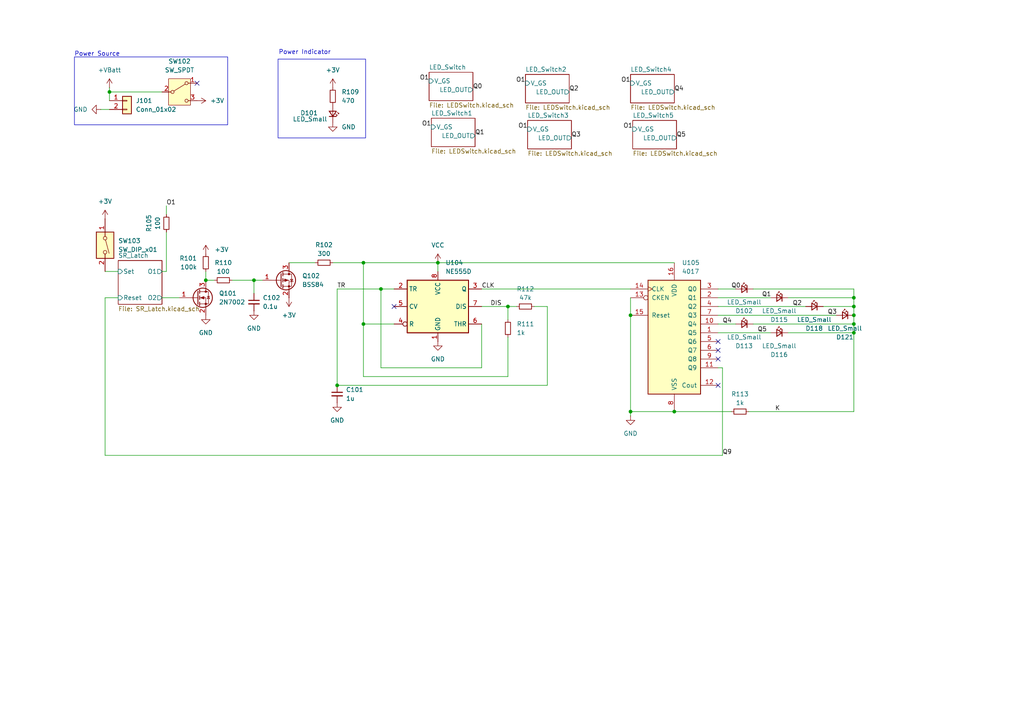
<source format=kicad_sch>
(kicad_sch (version 20250114) (generator "eeschema") (generator_version "9.0")
  (paper "A4")
  (lib_symbols
    (symbol "4xxx:4017" (pin_names (offset 1.016))
      (property "Reference" "U" (at -7.62 16.51 0))
      (property "Value" "4017" (at -7.62 -19.05 0))
      (symbol "4017_1_0"
        (pin input clock (at -12.7 12.7 0) (length 5.08) (name "CLK") (number "14"))
        (pin input inverted (at -12.7 10.16 0) (length 5.08) (name "CKEN") (number "13"))
        (pin input line (at -12.7 5.08 0) (length 5.08) (name "Reset") (number "15"))
        (pin power_in line (at 0 20.32 270) (length 5.08) (name "VDD") (number "16"))
        (pin power_in line (at 0 -22.86 90) (length 5.08) (name "VSS") (number "8"))
        (pin output line (at 12.7 12.7 180) (length 5.08) (name "Q0") (number "3"))
        (pin output line (at 12.7 10.16 180) (length 5.08) (name "Q1") (number "2"))
        (pin output line (at 12.7 7.62 180) (length 5.08) (name "Q2") (number "4"))
        (pin output line (at 12.7 5.08 180) (length 5.08) (name "Q3") (number "7"))
        (pin output line (at 12.7 2.54 180) (length 5.08) (name "Q4") (number "10"))
        (pin output line (at 12.7 0 180) (length 5.08) (name "Q5") (number "1"))
        (pin output line (at 12.7 -2.54 180) (length 5.08) (name "Q6") (number "5"))
        (pin output line (at 12.7 -5.08 180) (length 5.08) (name "Q7") (number "6"))
        (pin output line (at 12.7 -7.62 180) (length 5.08) (name "Q8") (number "9"))
        (pin output line (at 12.7 -10.16 180) (length 5.08) (name "Q9") (number "11"))
        (pin output line (at 12.7 -15.24 180) (length 5.08) (name "Cout") (number "12"))
      )
      (symbol "4017_1_1"
        (rectangle (start -7.62 15.24) (end 7.62 -17.78) (stroke (width 0.254)) (fill (type background)))
      )
    )
    (symbol "Connector_Generic:Conn_01x02" (pin_names (offset 1.016) (hide yes))
      (property "Reference" "J" (at 0 2.54 0))
      (property "Value" "Conn_01x02" (at 0 -5.08 0))
      (symbol "Conn_01x02_1_1"
        (rectangle (start -1.27 1.27) (end 1.27 -3.81) (stroke (width 0.254)) (fill (type background)))
        (rectangle (start -1.27 0.127) (end 0 -0.127) (stroke (width 0.1524)))
        (rectangle (start -1.27 -2.413) (end 0 -2.667) (stroke (width 0.1524)))
        (pin passive line (at -5.08 0 0) (length 3.81) (name "Pin_1") (number "1"))
        (pin passive line (at -5.08 -2.54 0) (length 3.81) (name "Pin_2") (number "2"))
      )
    )
    (symbol "Device:C_Small" (pin_numbers (hide yes)) (pin_names (offset 0.254) (hide yes))
      (property "Reference" "C" (at 0.254 1.778 0))
      (property "Value" "C_Small" (at 0.254 -2.032 0))
      (symbol "C_Small_0_1"
        (polyline (pts (xy -1.524 0.508) (xy 1.524 0.508)) (stroke (width 0.3048)))
        (polyline (pts (xy -1.524 -0.508) (xy 1.524 -0.508)) (stroke (width 0.3302)))
      )
      (symbol "C_Small_1_1"
        (pin passive line (at 0 2.54 270) (length 2.032) (name "~") (number "1"))
        (pin passive line (at 0 -2.54 90) (length 2.032) (name "~") (number "2"))
      )
    )
    (symbol "Device:LED_Small" (pin_numbers (hide yes)) (pin_names (offset 0.254) (hide yes))
      (property "Reference" "D" (at -1.27 3.175 0))
      (property "Value" "LED_Small" (at -4.445 -2.54 0))
      (symbol "LED_Small_0_1"
        (polyline (pts (xy -0.762 -1.016) (xy -0.762 1.016)) (stroke (width 0.254)))
        (polyline (pts (xy 0 0.762) (xy -0.508 1.27) (xy -0.254 1.27) (xy -0.508 1.27) (xy -0.508 1.016)))
        (polyline (pts (xy 0.508 1.27) (xy 0 1.778) (xy 0.254 1.778) (xy 0 1.778) (xy 0 1.524)))
        (polyline (pts (xy 0.762 -1.016) (xy -0.762 0) (xy 0.762 1.016) (xy 0.762 -1.016)) (stroke (width 0.254)))
        (polyline (pts (xy 1.016 0) (xy -0.762 0)))
      )
      (symbol "LED_Small_1_1"
        (pin passive line (at -2.54 0 0) (length 1.778) (name "K") (number "1"))
        (pin passive line (at 2.54 0 180) (length 1.778) (name "A") (number "2"))
      )
    )
    (symbol "Device:R_Small" (pin_numbers (hide yes)) (pin_names (offset 0.254) (hide yes))
      (property "Reference" "R" (at 0.762 0.508 0))
      (property "Value" "R_Small" (at 0.762 -1.016 0))
      (symbol "R_Small_0_1"
        (rectangle (start -0.762 1.778) (end 0.762 -1.778) (stroke (width 0.2032)))
      )
      (symbol "R_Small_1_1"
        (pin passive line (at 0 2.54 270) (length 0.762) (name "~") (number "1"))
        (pin passive line (at 0 -2.54 90) (length 0.762) (name "~") (number "2"))
      )
    )
    (symbol "Switch:SW_DIP_x01" (pin_names (offset 0) (hide yes))
      (property "Reference" "SW" (at 0 3.81 0))
      (property "Value" "SW_DIP_x01" (at 0 -3.81 0))
      (symbol "SW_DIP_x01_0_0"
        (circle (center -2.032 0) (radius 0.508))
        (polyline (pts (xy -1.524 0.127) (xy 2.3622 1.1684)))
        (circle (center 2.032 0) (radius 0.508))
      )
      (symbol "SW_DIP_x01_0_1"
        (rectangle (start -3.81 2.54) (end 3.81 -2.54) (stroke (width 0.254)) (fill (type background)))
      )
      (symbol "SW_DIP_x01_1_1"
        (pin passive line (at -7.62 0 0) (length 5.08) (name "~") (number "1"))
        (pin passive line (at 7.62 0 180) (length 5.08) (name "~") (number "2"))
      )
    )
    (symbol "Switch:SW_SPDT" (pin_names (offset 0) (hide yes))
      (property "Reference" "SW" (at 0 5.08 0))
      (property "Value" "SW_SPDT" (at 0 -5.08 0))
      (symbol "SW_SPDT_0_1"
        (circle (center -2.032 0) (radius 0.4572))
        (polyline (pts (xy -1.651 0.254) (xy 1.651 2.286)))
        (circle (center 2.032 2.54) (radius 0.4572))
        (circle (center 2.032 -2.54) (radius 0.4572))
      )
      (symbol "SW_SPDT_1_1"
        (rectangle (start -3.175 3.81) (end 3.175 -3.81) (fill (type background)))
        (pin passive line (at -5.08 0 0) (length 2.54) (name "B") (number "2"))
        (pin passive line (at 5.08 2.54 180) (length 2.54) (name "A") (number "1"))
        (pin passive line (at 5.08 -2.54 180) (length 2.54) (name "C") (number "3"))
      )
    )
    (symbol "Timer:NE555D"
      (property "Reference" "U" (at -10.16 8.89 0))
      (property "Value" "NE555D" (at 2.54 8.89 0))
      (symbol "NE555D_0_0"
        (pin power_in line (at 0 10.16 270) (length 2.54) (name "VCC") (number "8"))
        (pin power_in line (at 0 -10.16 90) (length 2.54) (name "GND") (number "1"))
      )
      (symbol "NE555D_0_1"
        (rectangle (start -8.89 -7.62) (end 8.89 7.62) (stroke (width 0.254)) (fill (type background)))
        (rectangle (start -8.89 -7.62) (end 8.89 7.62) (stroke (width 0.254)) (fill (type background)))
      )
      (symbol "NE555D_1_1"
        (pin input line (at -12.7 5.08 0) (length 3.81) (name "TR") (number "2"))
        (pin input line (at -12.7 0 0) (length 3.81) (name "CV") (number "5"))
        (pin input inverted (at -12.7 -5.08 0) (length 3.81) (name "R") (number "4"))
        (pin output line (at 12.7 5.08 180) (length 3.81) (name "Q") (number "3"))
        (pin input line (at 12.7 0 180) (length 3.81) (name "DIS") (number "7"))
        (pin input line (at 12.7 -5.08 180) (length 3.81) (name "THR") (number "6"))
      )
    )
    (symbol "Transistor_FET:2N7002" (pin_names (offset 0) (hide yes))
      (property "Reference" "Q" (at 5.08 1.905 0))
      (property "Value" "2N7002" (at 5.08 0 0))
      (symbol "2N7002_0_1"
        (polyline (pts (xy 0.254 1.905) (xy 0.254 -1.905)) (stroke (width 0.254)))
        (polyline (pts (xy 0.254 0) (xy -2.54 0)))
        (polyline (pts (xy 0.762 2.286) (xy 0.762 1.27)) (stroke (width 0.254)))
        (polyline (pts (xy 0.762 0.508) (xy 0.762 -0.508)) (stroke (width 0.254)))
        (polyline (pts (xy 0.762 -1.27) (xy 0.762 -2.286)) (stroke (width 0.254)))
        (polyline (pts (xy 0.762 -1.778) (xy 3.302 -1.778) (xy 3.302 1.778) (xy 0.762 1.778)))
        (polyline (pts (xy 1.016 0) (xy 2.032 0.381) (xy 2.032 -0.381) (xy 1.016 0)) (fill (type outline)))
        (circle (center 1.651 0) (radius 2.794) (stroke (width 0.254)))
        (polyline (pts (xy 2.54 2.54) (xy 2.54 1.778)))
        (circle (center 2.54 1.778) (radius 0.254) (fill (type outline)))
        (circle (center 2.54 -1.778) (radius 0.254) (fill (type outline)))
        (polyline (pts (xy 2.54 -2.54) (xy 2.54 0) (xy 0.762 0)))
        (polyline (pts (xy 2.921 0.381) (xy 3.683 0.381)))
        (polyline (pts (xy 3.302 0.381) (xy 2.921 -0.254) (xy 3.683 -0.254) (xy 3.302 0.381)))
      )
      (symbol "2N7002_1_1"
        (pin input line (at -5.08 0 0) (length 2.54) (name "G") (number "1"))
        (pin passive line (at 2.54 5.08 270) (length 2.54) (name "D") (number "3"))
        (pin passive line (at 2.54 -5.08 90) (length 2.54) (name "S") (number "2"))
      )
    )
    (symbol "Transistor_FET:BSS84" (pin_names (hide yes))
      (property "Reference" "Q" (at 5.08 1.905 0))
      (property "Value" "BSS84" (at 5.08 0 0))
      (symbol "BSS84_0_1"
        (polyline (pts (xy 0.254 1.905) (xy 0.254 -1.905)) (stroke (width 0.254)))
        (polyline (pts (xy 0.254 0) (xy -2.54 0)))
        (polyline (pts (xy 0.762 2.286) (xy 0.762 1.27)) (stroke (width 0.254)))
        (polyline (pts (xy 0.762 1.778) (xy 3.302 1.778) (xy 3.302 -1.778) (xy 0.762 -1.778)))
        (polyline (pts (xy 0.762 0.508) (xy 0.762 -0.508)) (stroke (width 0.254)))
        (polyline (pts (xy 0.762 -1.27) (xy 0.762 -2.286)) (stroke (width 0.254)))
        (circle (center 1.651 0) (radius 2.794) (stroke (width 0.254)))
        (polyline (pts (xy 2.286 0) (xy 1.27 0.381) (xy 1.27 -0.381) (xy 2.286 0)) (fill (type outline)))
        (polyline (pts (xy 2.54 2.54) (xy 2.54 1.778)))
        (circle (center 2.54 1.778) (radius 0.254) (fill (type outline)))
        (circle (center 2.54 -1.778) (radius 0.254) (fill (type outline)))
        (polyline (pts (xy 2.54 -2.54) (xy 2.54 0) (xy 0.762 0)))
        (polyline (pts (xy 2.794 -0.508) (xy 2.921 -0.381) (xy 3.683 -0.381) (xy 3.81 -0.254)))
        (polyline (pts (xy 3.302 -0.381) (xy 2.921 0.254) (xy 3.683 0.254) (xy 3.302 -0.381)))
      )
      (symbol "BSS84_1_1"
        (pin input line (at -5.08 0 0) (length 2.54) (name "G") (number "1"))
        (pin passive line (at 2.54 5.08 270) (length 2.54) (name "D") (number "3"))
        (pin passive line (at 2.54 -5.08 90) (length 2.54) (name "S") (number "2"))
      )
    )
    (symbol "power:+5V" (power) (pin_numbers (hide yes)) (pin_names (offset 0) (hide yes))
      (property "Value" "+5V" (at 0 3.556 0))
      (symbol "+5V_0_1"
        (polyline (pts (xy -0.762 1.27) (xy 0 2.54)))
        (polyline (pts (xy 0 2.54) (xy 0.762 1.27)))
        (polyline (pts (xy 0 0) (xy 0 2.54)))
      )
      (symbol "+5V_1_1"
        (pin power_in line (at 0 0 90) (length 0) (name "~") (number "1"))
      )
    )
    (symbol "power:GND" (power) (pin_numbers (hide yes)) (pin_names (offset 0) (hide yes))
      (property "Value" "GND" (at 0 -3.81 0))
      (symbol "GND_0_1"
        (polyline (pts (xy 0 0) (xy 0 -1.27) (xy 1.27 -1.27) (xy 0 -2.54) (xy -1.27 -1.27) (xy 0 -1.27)))
      )
      (symbol "GND_1_1"
        (pin power_in line (at 0 0 270) (length 0) (name "~") (number "1"))
      )
    )
    (symbol "power:VCC" (power) (pin_numbers (hide yes)) (pin_names (offset 0) (hide yes))
      (property "Value" "VCC" (at 0 3.556 0))
      (symbol "VCC_0_1"
        (polyline (pts (xy -0.762 1.27) (xy 0 2.54)))
        (polyline (pts (xy 0 2.54) (xy 0.762 1.27)))
        (polyline (pts (xy 0 0) (xy 0 2.54)))
      )
      (symbol "VCC_1_1"
        (pin power_in line (at 0 0 90) (length 0) (name "~") (number "1"))
      )
    )
  )
  (rectangle (start 21.59 16.51) (end 66.04 36.195))
  (rectangle (start 80.645 17.145) (end 106.045 40.005))
  (text "Power Source" (at 28.194 15.748 0) (effects (font (size 1.27 1.27))))
  (text "Power Indicator" (at 88.392 15.24 0) (effects (font (size 1.27 1.27))))
  (junction (at 182.88 119.38))
  (junction (at 59.69 81.28))
  (junction (at 247.65 88.9))
  (junction (at 247.65 96.52))
  (junction (at 195.58 119.38))
  (junction (at 247.65 86.36))
  (junction (at 247.65 91.44))
  (junction (at 31.75 26.67))
  (junction (at 147.32 88.9))
  (junction (at 97.79 111.76))
  (junction (at 105.41 93.98))
  (junction (at 110.49 83.82))
  (junction (at 105.41 76.2))
  (junction (at 73.66 81.28))
  (junction (at 127 76.2))
  (junction (at 247.65 93.98))
  (junction (at 182.88 91.44))
  (no_connect (at 208.28 99.06))
  (no_connect (at 208.28 104.14))
  (no_connect (at 114.3 88.9))
  (no_connect (at 57.15 24.13))
  (no_connect (at 208.28 101.6))
  (no_connect (at 208.28 111.76))
  (wire (pts (xy 31.75 25.4) (xy 31.75 26.67)))
  (wire (pts (xy 182.88 119.38) (xy 195.58 119.38)))
  (wire (pts (xy 59.69 78.74) (xy 59.69 81.28)))
  (wire (pts (xy 73.66 85.09) (xy 73.66 81.28)))
  (wire (pts (xy 48.26 59.69) (xy 48.26 62.23)))
  (wire (pts (xy 218.44 93.98) (xy 247.65 93.98)))
  (wire (pts (xy 247.65 83.82) (xy 247.65 86.36)))
  (wire (pts (xy 105.41 76.2) (xy 127 76.2)))
  (wire (pts (xy 67.31 81.28) (xy 73.66 81.28)))
  (wire (pts (xy 147.32 109.22) (xy 105.41 109.22)))
  (wire (pts (xy 73.66 81.28) (xy 76.2 81.28)))
  (wire (pts (xy 158.75 88.9) (xy 154.94 88.9)))
  (wire (pts (xy 31.75 26.67) (xy 46.99 26.67)))
  (wire (pts (xy 62.23 81.28) (xy 59.69 81.28)))
  (wire (pts (xy 31.75 26.67) (xy 31.75 29.21)))
  (wire (pts (xy 48.26 78.74) (xy 46.99 78.74)))
  (wire (pts (xy 182.88 119.38) (xy 182.88 91.44)))
  (wire (pts (xy 139.7 106.68) (xy 110.49 106.68)))
  (wire (pts (xy 209.55 132.08) (xy 30.48 132.08)))
  (wire (pts (xy 105.41 109.22) (xy 105.41 93.98)))
  (wire (pts (xy 110.49 83.82) (xy 97.79 83.82)))
  (wire (pts (xy 208.28 106.68) (xy 209.55 106.68)))
  (wire (pts (xy 46.99 86.36) (xy 52.07 86.36)))
  (wire (pts (xy 105.41 76.2) (xy 105.41 93.98)))
  (wire (pts (xy 228.6 96.52) (xy 247.65 96.52)))
  (wire (pts (xy 238.76 88.9) (xy 247.65 88.9)))
  (wire (pts (xy 247.65 91.44) (xy 247.65 93.98)))
  (wire (pts (xy 247.65 88.9) (xy 247.65 91.44)))
  (wire (pts (xy 97.79 83.82) (xy 97.79 111.76)))
  (wire (pts (xy 139.7 93.98) (xy 139.7 106.68)))
  (wire (pts (xy 30.48 78.74) (xy 34.29 78.74)))
  (wire (pts (xy 182.88 120.65) (xy 182.88 119.38)))
  (wire (pts (xy 97.79 111.76) (xy 158.75 111.76)))
  (wire (pts (xy 208.28 93.98) (xy 213.36 93.98)))
  (wire (pts (xy 30.48 132.08) (xy 30.48 86.36)))
  (wire (pts (xy 147.32 97.79) (xy 147.32 109.22)))
  (wire (pts (xy 217.17 119.38) (xy 247.65 119.38)))
  (wire (pts (xy 247.65 86.36) (xy 247.65 88.9)))
  (wire (pts (xy 195.58 119.38) (xy 212.09 119.38)))
  (wire (pts (xy 195.58 76.2) (xy 127 76.2)))
  (wire (pts (xy 208.28 83.82) (xy 213.36 83.82)))
  (wire (pts (xy 110.49 106.68) (xy 110.49 83.82)))
  (wire (pts (xy 30.48 86.36) (xy 34.29 86.36)))
  (wire (pts (xy 147.32 88.9) (xy 149.86 88.9)))
  (wire (pts (xy 110.49 83.82) (xy 114.3 83.82)))
  (wire (pts (xy 208.28 91.44) (xy 242.57 91.44)))
  (wire (pts (xy 208.28 88.9) (xy 233.68 88.9)))
  (wire (pts (xy 158.75 111.76) (xy 158.75 88.9)))
  (wire (pts (xy 208.28 96.52) (xy 223.52 96.52)))
  (wire (pts (xy 48.26 67.31) (xy 48.26 78.74)))
  (wire (pts (xy 127 76.2) (xy 127 78.74)))
  (wire (pts (xy 247.65 93.98) (xy 247.65 96.52)))
  (wire (pts (xy 83.82 76.2) (xy 91.44 76.2)))
  (wire (pts (xy 147.32 92.71) (xy 147.32 88.9)))
  (wire (pts (xy 218.44 83.82) (xy 247.65 83.82)))
  (wire (pts (xy 208.28 86.36) (xy 223.52 86.36)))
  (wire (pts (xy 114.3 93.98) (xy 105.41 93.98)))
  (wire (pts (xy 29.21 31.75) (xy 31.75 31.75)))
  (wire (pts (xy 247.65 96.52) (xy 247.65 119.38)))
  (wire (pts (xy 139.7 88.9) (xy 147.32 88.9)))
  (wire (pts (xy 209.55 106.68) (xy 209.55 132.08)))
  (wire (pts (xy 96.52 76.2) (xy 105.41 76.2)))
  (wire (pts (xy 182.88 86.36) (xy 182.88 91.44)))
  (wire (pts (xy 182.88 83.82) (xy 139.7 83.82)))
  (wire (pts (xy 228.6 86.36) (xy 247.65 86.36)))
  (label "Q4" (at 209.55 93.98 0))
  (label "CLK" (at 139.7 83.82 0))
  (label "Q5" (at 219.71 96.52 0))
  (label "O1" (at 48.26 59.69 0))
  (label "O1" (at 183.515 37.465 180))
  (label "O1" (at 152.4 24.13 180))
  (label "Q4" (at 195.58 26.67 0))
  (label "O1" (at 125.095 36.83 180))
  (label "TR" (at 97.79 83.82 0))
  (label "DIS" (at 142.24 88.9 0))
  (label "Q2" (at 229.87 88.9 0))
  (label "K" (at 224.79 119.38 0))
  (label "Q0" (at 137.16 26.035 0))
  (label "Q9" (at 209.55 132.08 0))
  (label "Q1" (at 220.98 86.36 0))
  (label "O1" (at 124.46 23.495 180))
  (label "Q5" (at 196.215 40.005 0))
  (label "Q3" (at 165.735 40.005 0))
  (label "Q1" (at 137.795 39.37 0))
  (label "O1" (at 153.035 37.465 180))
  (label "Q3" (at 240.03 91.44 0))
  (label "O1" (at 182.88 24.13 180))
  (label "Q2" (at 165.1 26.67 0))
  (label "Q0" (at 212.09 83.82 0))
  (symbol (lib_id "Device:R_Small") (at 96.52 27.94 180) (unit 1)
    (property "Reference" "R109" (at 99.06 26.6699 0) (effects (justify right)))
    (property "Value" "470" (at 99.06 29.2099 0) (effects (justify right)))
    (property "Footprint" "Resistor_SMD:R_0402_1005Metric" (effects (hide yes)))
    (property "Description" "Resistor, small symbol" (effects (hide yes)))
  )
  (symbol (lib_id "Device:LED_Small") (at 245.11 91.44 0) (mirror y) (unit 1)
    (property "Reference" "D121" (at 245.0465 97.79 0))
    (property "Value" "LED_Small" (at 245.0465 95.25 0))
    (property "Footprint" "LED_SMD:LED_0402_1005Metric" (effects (hide yes)))
    (property "Description" "Light emitting diode, small symbol" (effects (hide yes)))
  )
  (symbol (lib_id "Device:LED_Small") (at 215.9 83.82 0) (mirror y) (unit 1)
    (property "Reference" "D102" (at 215.8365 90.17 0))
    (property "Value" "LED_Small" (at 215.8365 87.63 0))
    (property "Footprint" "LED_SMD:LED_0402_1005Metric" (effects (hide yes)))
    (property "Description" "Light emitting diode, small symbol" (effects (hide yes)))
  )
  (symbol (lib_id "power:+5V") (at 30.48 63.5 0) (unit 1)
    (property "Reference" "#PWR0101" (effects (hide yes)))
    (property "Value" "+3V" (at 30.48 58.42 0))
    (property "Description" "Power symbol creates a global label with name \"+5V\"" (effects (hide yes)))
  )
  (symbol (lib_id "power:+5V") (at 57.15 29.21 270) (unit 1)
    (property "Reference" "#PWR0104" (effects (hide yes)))
    (property "Value" "+3V" (at 60.96 29.2099 90) (effects (justify left)))
    (property "Description" "Power symbol creates a global label with name \"+5V\"" (effects (hide yes)))
  )
  (symbol (lib_id "power:+5V") (at 59.69 73.66 0) (mirror y) (unit 1)
    (property "Reference" "#PWR0107" (effects (hide yes)))
    (property "Value" "+3V" (at 62.23 72.3901 0) (effects (justify right)))
    (property "Description" "Power symbol creates a global label with name \"+5V\"" (effects (hide yes)))
  )
  (symbol (lib_id "power:GND") (at 182.88 120.65 0) (unit 1)
    (property "Reference" "#PWR0114" (effects (hide yes)))
    (property "Value" "GND" (at 182.88 125.73 0))
    (property "Description" "Power symbol creates a global label with name \"GND\" , ground" (effects (hide yes)))
  )
  (symbol (lib_id "Device:LED_Small") (at 96.52 33.02 270) (mirror x) (unit 1)
    (property "Reference" "D101" (at 89.662 32.766 90))
    (property "Value" "LED_Small" (at 89.916 34.544 90))
    (property "Footprint" "LED_SMD:LED_0402_1005Metric" (effects (hide yes)))
    (property "Description" "Light emitting diode, small symbol" (effects (hide yes)))
  )
  (symbol (lib_id "Device:R_Small") (at 93.98 76.2 90) (unit 1)
    (property "Reference" "R102" (at 93.98 71.026 90))
    (property "Value" "300" (at 93.98 73.566 90))
    (property "Footprint" "Resistor_SMD:R_0402_1005Metric" (effects (hide yes)))
    (property "Description" "Resistor, small symbol" (effects (hide yes)))
  )
  (symbol (lib_id "Switch:SW_SPDT") (at 52.07 26.67 0) (unit 1)
    (property "Reference" "SW102" (at 52.07 17.78 0))
    (property "Value" "SW_SPDT" (at 52.07 20.32 0))
    (property "Footprint" "Connector_PinHeader_2.54mm:PinHeader_1x03_P2.54mm_Vertical" (effects (hide yes)))
    (property "Description" "Switch, single pole double throw" (effects (hide yes)))
  )
  (symbol (lib_id "power:GND") (at 29.21 31.75 270) (unit 1)
    (property "Reference" "#PWR0110" (effects (hide yes)))
    (property "Value" "GND" (at 25.4 31.7499 90) (effects (justify right)))
    (property "Description" "Power symbol creates a global label with name \"GND\" , ground" (effects (hide yes)))
  )
  (symbol (lib_id "Device:LED_Small") (at 236.22 88.9 0) (mirror y) (unit 1)
    (property "Reference" "D118" (at 236.1565 95.25 0))
    (property "Value" "LED_Small" (at 236.1565 92.71 0))
    (property "Footprint" "LED_SMD:LED_0402_1005Metric" (effects (hide yes)))
    (property "Description" "Light emitting diode, small symbol" (effects (hide yes)))
  )
  (symbol (lib_id "Connector_Generic:Conn_01x02") (at 36.83 29.21 0) (unit 1)
    (property "Reference" "J101" (at 39.37 29.2099 0) (effects (justify left)))
    (property "Value" "Conn_01x02" (at 39.37 31.7499 0) (effects (justify left)))
    (property "Footprint" "Connector_PinHeader_2.54mm:PinHeader_1x02_P2.54mm_Vertical" (effects (hide yes)))
    (property "Description" "Generic connector, single row, 01x02, script generated (kicad-library-utils/schlib/autogen/connector/)" (effects (hide yes)))
  )
  (symbol (lib_id "4xxx:4017") (at 195.58 96.52 0) (unit 1)
    (property "Reference" "U105" (at 197.7741 76.2 0) (effects (justify left)))
    (property "Value" "4017" (at 197.7741 78.74 0) (effects (justify left)))
    (property "Footprint" "Package_SO:SOP-16_3.9x9.9mm_P1.27mm" (effects (hide yes)))
    (property "Datasheet" "http://www.intersil.com/content/dam/Intersil/documents/cd40/cd4017bms-22bms.pdf" (effects (hide yes)))
    (property "Description" "Johnson Counter ( 10 outputs )" (effects (hide yes)))
    (property "Sim.Library" "C:\\Users\\C1v2t\\OneDrive - Imperial College London\\Desktop\\Projects\\Standard Library\\PCB\\Simulation\\CD4017.txt" (effects (hide yes)))
  )
  (symbol (lib_id "power:+5V") (at 83.82 86.36 180) (unit 1)
    (property "Reference" "#PWR0106" (effects (hide yes)))
    (property "Value" "+3V" (at 83.82 91.44 0))
    (property "Description" "Power symbol creates a global label with name \"+5V\"" (effects (hide yes)))
  )
  (symbol (lib_id "Device:R_Small") (at 59.69 76.2 0) (mirror x) (unit 1)
    (property "Reference" "R101" (at 57.15 74.9299 0) (effects (justify right)))
    (property "Value" "100k" (at 57.15 77.4699 0) (effects (justify right)))
    (property "Footprint" "Resistor_SMD:R_0402_1005Metric" (effects (hide yes)))
    (property "Description" "Resistor, small symbol" (effects (hide yes)))
  )
  (symbol (lib_id "Transistor_FET:2N7002") (at 57.15 86.36 0) (unit 1)
    (property "Reference" "Q101" (at 63.5 85.0899 0) (effects (justify left)))
    (property "Value" "2N7002" (at 63.5 87.6299 0) (effects (justify left)))
    (property "Footprint" "Package_TO_SOT_SMD:SOT-23" (effects (hide yes)))
    (property "Datasheet" "https://www.onsemi.com/pub/Collateral/NDS7002A-D.PDF" (effects (hide yes)))
    (property "Description" "0.115A Id, 60V Vds, N-Channel MOSFET, SOT-23" (effects (hide yes)))
  )
  (symbol (lib_id "Transistor_FET:BSS84") (at 81.28 81.28 0) (unit 1)
    (property "Reference" "Q102" (at 87.63 80.0099 0) (effects (justify left)))
    (property "Value" "BSS84" (at 87.63 82.5499 0) (effects (justify left)))
    (property "Footprint" "Package_TO_SOT_SMD:SOT-23" (effects (hide yes)))
    (property "Datasheet" "http://assets.nexperia.com/documents/data-sheet/BSS84.pdf" (effects (hide yes)))
    (property "Description" "-0.13A Id, -50V Vds, P-Channel MOSFET, SOT-23" (effects (hide yes)))
  )
  (symbol (lib_id "Device:R_Small") (at 152.4 88.9 90) (unit 1)
    (property "Reference" "R112" (at 152.4 83.82 90))
    (property "Value" "47k" (at 152.4 86.36 90))
    (property "Footprint" "Resistor_SMD:R_0402_1005Metric" (effects (hide yes)))
    (property "Description" "Resistor, small symbol" (effects (hide yes)))
  )
  (symbol (lib_id "Device:R_Small") (at 147.32 95.25 0) (unit 1)
    (property "Reference" "R111" (at 149.86 93.9799 0) (effects (justify left)))
    (property "Value" "1k" (at 149.86 96.5199 0) (effects (justify left)))
    (property "Footprint" "Resistor_SMD:R_0402_1005Metric" (effects (hide yes)))
    (property "Description" "Resistor, small symbol" (effects (hide yes)))
  )
  (symbol (lib_id "power:GND") (at 127 99.06 0) (unit 1)
    (property "Reference" "#PWR0102" (effects (hide yes)))
    (property "Value" "GND" (at 127 104.14 0))
    (property "Description" "Power symbol creates a global label with name \"GND\" , ground" (effects (hide yes)))
  )
  (symbol (lib_id "Device:R_Small") (at 48.26 64.77 0) (unit 1)
    (property "Reference" "R105" (at 43.18 64.77 90))
    (property "Value" "100" (at 45.72 64.77 90))
    (property "Footprint" "Resistor_SMD:R_0402_1005Metric" (effects (hide yes)))
    (property "Description" "Resistor, small symbol" (effects (hide yes)))
  )
  (symbol (lib_id "Device:LED_Small") (at 226.06 86.36 0) (mirror y) (unit 1)
    (property "Reference" "D115" (at 225.9965 92.71 0))
    (property "Value" "LED_Small" (at 225.9965 90.17 0))
    (property "Footprint" "LED_SMD:LED_0402_1005Metric" (effects (hide yes)))
    (property "Description" "Light emitting diode, small symbol" (effects (hide yes)))
  )
  (symbol (lib_id "power:VCC") (at 127 76.2 0) (unit 1)
    (property "Reference" "#PWR0109" (effects (hide yes)))
    (property "Value" "VCC" (at 127 71.12 0))
    (property "Description" "Power symbol creates a global label with name \"VCC\"" (effects (hide yes)))
  )
  (symbol (lib_id "Device:R_Small") (at 64.77 81.28 90) (unit 1)
    (property "Reference" "R110" (at 64.77 76.2 90))
    (property "Value" "100" (at 64.77 78.74 90))
    (property "Footprint" "Resistor_SMD:R_0402_1005Metric" (effects (hide yes)))
    (property "Description" "Resistor, small symbol" (effects (hide yes)))
  )
  (symbol (lib_id "Timer:NE555D") (at 127 88.9 0) (unit 1)
    (property "Reference" "U104" (at 129.1941 76.2 0) (effects (justify left)))
    (property "Value" "NE555D" (at 129.1941 78.74 0) (effects (justify left)))
    (property "Footprint" "Package_SO:SOIC-8_3.9x4.9mm_P1.27mm" (effects (hide yes)))
    (property "Datasheet" "http://www.ti.com/lit/ds/symlink/ne555.pdf" (effects (hide yes)))
    (property "Description" "Precision Timers, 555 compatible, SOIC-8" (effects (hide yes)))
  )
  (symbol (lib_id "Device:LED_Small") (at 226.06 96.52 0) (mirror y) (unit 1)
    (property "Reference" "D116" (at 225.9965 102.87 0))
    (property "Value" "LED_Small" (at 225.9965 100.33 0))
    (property "Footprint" "LED_SMD:LED_0402_1005Metric" (effects (hide yes)))
    (property "Description" "Light emitting diode, small symbol" (effects (hide yes)))
  )
  (symbol (lib_id "power:GND") (at 96.52 35.56 0) (unit 1)
    (property "Reference" "#PWR0113" (effects (hide yes)))
    (property "Value" "GND" (at 99.06 36.8299 0) (effects (justify left)))
    (property "Description" "Power symbol creates a global label with name \"GND\" , ground" (effects (hide yes)))
  )
  (symbol (lib_id "Device:C_Small") (at 73.66 87.63 0) (unit 1)
    (property "Reference" "C102" (at 76.2 86.3662 0) (effects (justify left)))
    (property "Value" "0.1u" (at 76.2 88.9062 0) (effects (justify left)))
    (property "Footprint" "Capacitor_SMD:C_0402_1005Metric" (effects (hide yes)))
    (property "Description" "Unpolarized capacitor, small symbol" (effects (hide yes)))
  )
  (symbol (lib_id "Device:C_Small") (at 97.79 114.3 0) (unit 1)
    (property "Reference" "C101" (at 100.33 113.0362 0) (effects (justify left)))
    (property "Value" "1u" (at 100.33 115.5762 0) (effects (justify left)))
    (property "Footprint" "Capacitor_SMD:C_0402_1005Metric" (effects (hide yes)))
    (property "Description" "Unpolarized capacitor, small symbol" (effects (hide yes)))
  )
  (symbol (lib_id "Device:R_Small") (at 214.63 119.38 90) (unit 1)
    (property "Reference" "R113" (at 214.63 114.3 90))
    (property "Value" "1k" (at 214.63 116.84 90))
    (property "Footprint" "Resistor_SMD:R_0402_1005Metric" (effects (hide yes)))
    (property "Description" "Resistor, small symbol" (effects (hide yes)))
  )
  (symbol (lib_id "power:GND") (at 73.66 90.17 0) (unit 1)
    (property "Reference" "#PWR0108" (effects (hide yes)))
    (property "Value" "GND" (at 73.66 95.25 0))
    (property "Description" "Power symbol creates a global label with name \"GND\" , ground" (effects (hide yes)))
  )
  (symbol (lib_id "Device:LED_Small") (at 215.9 93.98 0) (mirror y) (unit 1)
    (property "Reference" "D113" (at 215.8365 100.33 0))
    (property "Value" "LED_Small" (at 215.8365 97.79 0))
    (property "Footprint" "LED_SMD:LED_0402_1005Metric" (effects (hide yes)))
    (property "Description" "Light emitting diode, small symbol" (effects (hide yes)))
  )
  (symbol (lib_id "power:GND") (at 59.69 91.44 0) (unit 1)
    (property "Reference" "#PWR0105" (effects (hide yes)))
    (property "Value" "GND" (at 59.69 96.52 0))
    (property "Description" "Power symbol creates a global label with name \"GND\" , ground" (effects (hide yes)))
  )
  (symbol (lib_id "power:+5V") (at 96.52 25.4 0) (unit 1)
    (property "Reference" "#PWR0112" (effects (hide yes)))
    (property "Value" "+3V" (at 96.52 20.32 0))
    (property "Description" "Power symbol creates a global label with name \"+5V\"" (effects (hide yes)))
  )
  (symbol (lib_id "power:GND") (at 97.79 116.84 0) (unit 1)
    (property "Reference" "#PWR0103" (effects (hide yes)))
    (property "Value" "GND" (at 97.79 121.92 0))
    (property "Description" "Power symbol creates a global label with name \"GND\" , ground" (effects (hide yes)))
  )
  (symbol (lib_id "power:+5V") (at 31.75 25.4 0) (unit 1)
    (property "Reference" "#PWR0111" (effects (hide yes)))
    (property "Value" "+VBatt" (at 31.75 20.32 0))
    (property "Description" "Power symbol creates a global label with name \"+5V\"" (effects (hide yes)))
  )
  (symbol (lib_id "Switch:SW_DIP_x01") (at 30.48 71.12 270) (unit 1)
    (property "Reference" "SW103" (at 34.29 69.8499 90) (effects (justify left)))
    (property "Value" "SW_DIP_x01" (at 34.29 72.3899 90) (effects (justify left)))
    (property "Footprint" "Button_Switch_SMD:SW_Push_1P1T_NO_E-Switch_TL3301NxxxxxG" (effects (hide yes)))
    (property "Description" "1x DIP Switch, Single Pole Single Throw (SPST) switch, small symbol" (effects (hide yes)))
  )
  (sheet (at 124.46 20.955) (size 12.7 8.255) (stroke (width 0.1524))
    (property "Sheetname" "LED_Switch" (at 124.46 20.2434 0) (effects (justify left bottom)))
    (property "Sheetfile" "LEDSwitch.kicad_sch" (at 124.46 29.7946 0) (effects (justify left top)))
    (pin "LED_OUT" output (at 137.16 26.035 0))
    (pin "V_GS" input (at 124.46 23.495 180))
  )
  (sheet (at 182.88 21.59) (size 12.7 8.255) (stroke (width 0.1524))
    (property "Sheetname" "LED_Switch4" (at 182.88 20.8784 0) (effects (justify left bottom)))
    (property "Sheetfile" "LEDSwitch.kicad_sch" (at 182.88 30.4296 0) (effects (justify left top)))
    (pin "LED_OUT" output (at 195.58 26.67 0))
    (pin "V_GS" input (at 182.88 24.13 180))
  )
  (sheet (at 152.4 21.59) (size 12.7 8.255) (stroke (width 0.1524))
    (property "Sheetname" "LED_Switch2" (at 152.4 20.8784 0) (effects (justify left bottom)))
    (property "Sheetfile" "LEDSwitch.kicad_sch" (at 152.4 30.4296 0) (effects (justify left top)))
    (pin "LED_OUT" output (at 165.1 26.67 0))
    (pin "V_GS" input (at 152.4 24.13 180))
  )
  (sheet (at 183.515 34.925) (size 12.7 8.255) (stroke (width 0.1524))
    (property "Sheetname" "LED_Switch5" (at 183.515 34.2134 0) (effects (justify left bottom)))
    (property "Sheetfile" "LEDSwitch.kicad_sch" (at 183.515 43.7646 0) (effects (justify left top)))
    (pin "LED_OUT" output (at 196.215 40.005 0))
    (pin "V_GS" input (at 183.515 37.465 180))
  )
  (sheet (at 125.095 34.29) (size 12.7 8.255) (stroke (width 0.1524))
    (property "Sheetname" "LED_Switch1" (at 125.095 33.5784 0) (effects (justify left bottom)))
    (property "Sheetfile" "LEDSwitch.kicad_sch" (at 125.095 43.1296 0) (effects (justify left top)))
    (pin "LED_OUT" output (at 137.795 39.37 0))
    (pin "V_GS" input (at 125.095 36.83 180))
  )
  (sheet (at 153.035 34.925) (size 12.7 8.255) (stroke (width 0.1524))
    (property "Sheetname" "LED_Switch3" (at 153.035 34.2134 0) (effects (justify left bottom)))
    (property "Sheetfile" "LEDSwitch.kicad_sch" (at 153.035 43.7646 0) (effects (justify left top)))
    (pin "LED_OUT" output (at 165.735 40.005 0))
    (pin "V_GS" input (at 153.035 37.465 180))
  )
  (sheet (at 34.29 75.565) (size 12.7 12.7) (stroke (width 0.1524))
    (property "Sheetname" "SR_Latch" (at 34.29 74.8534 0) (effects (justify left bottom)))
    (property "Sheetfile" "SR_Latch.kicad_sch" (at 34.29 88.8496 0) (effects (justify left top)))
    (pin "Set" input (at 34.29 78.74 180))
    (pin "Reset" input (at 34.29 86.36 180))
    (pin "O1" output (at 46.99 78.74 0))
    (pin "O2" output (at 46.99 86.36 0))
  )
)
</source>
